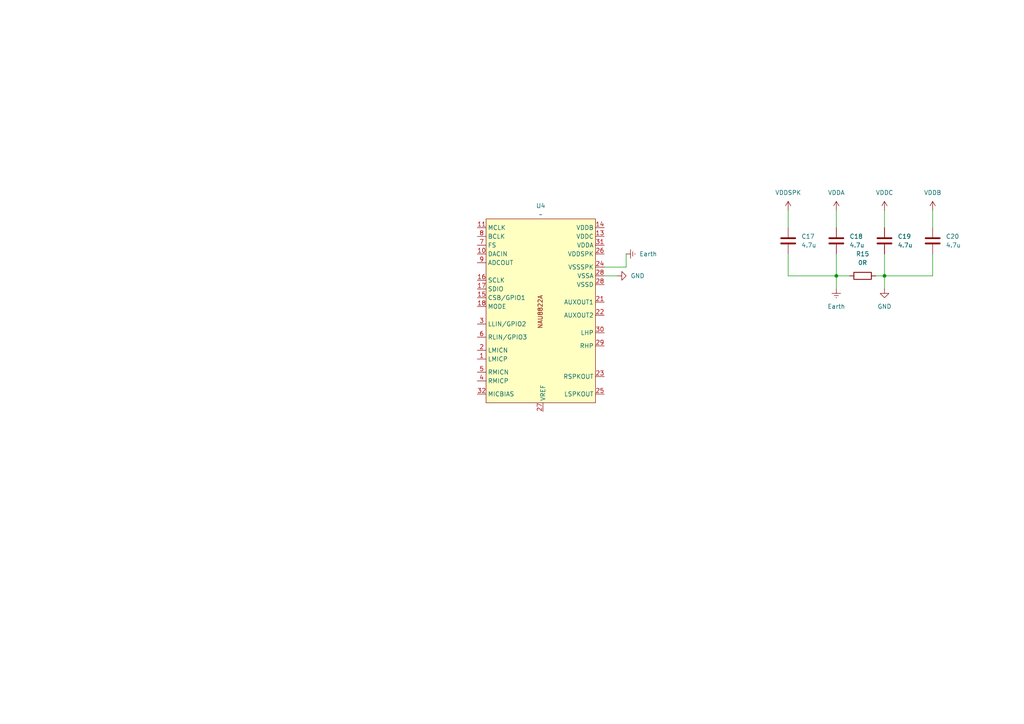
<source format=kicad_sch>
(kicad_sch (version 20231120) (generator "eeschema") (generator_version "8.0")
  (paper "A4")
  (lib_symbols
    (symbol "CODEC:NAU88C22YG"
      (property "Reference" "U" (at 0 0 0))
      (symbol "NAU88C22YG_1_1"
        (rectangle (start 0 -1.27) (end 31.75 -54.61) (fill (type background)))
        (text "NAU8822A" (at 15.748 -28.194 900) (effects (font (size 1.27 1.27))))
        (pin input line (at -2.54 -41.91 0) (length 2.54) (name "LMICP") (number "1"))
        (pin input line (at -2.54 -11.43 0) (length 2.54) (name "DACIN") (number "10"))
        (pin input line (at -2.54 -3.81 0) (length 2.54) (name "MCLK") (number "11"))
        (pin power_in line (at 34.29 -6.35 180) (length 2.54) (name "VDDC") (number "13"))
        (pin power_in line (at 34.29 -3.81 180) (length 2.54) (name "VDDB") (number "14"))
        (pin bidirectional line (at -2.54 -24.13 0) (length 2.54) (name "CSB/GPIO1") (number "15"))
        (pin input line (at -2.54 -19.05 0) (length 2.54) (name "SCLK") (number "16"))
        (pin input line (at -2.54 -21.59 0) (length 2.54) (name "SDIO") (number "17"))
        (pin input line (at -2.54 -26.67 0) (length 2.54) (name "MODE") (number "18"))
        (pin input line (at -2.54 -39.37 0) (length 2.54) (name "LMICN") (number "2"))
        (pin output line (at 34.29 -25.4 180) (length 2.54) (name "AUXOUT1") (number "21"))
        (pin output line (at 34.29 -29.21 180) (length 2.54) (name "AUXOUT2") (number "22"))
        (pin output line (at 34.29 -46.99 180) (length 2.54) (name "RSPKOUT") (number "23"))
        (pin power_in line (at 34.29 -15.24 180) (length 2.54) (name "VSSSPK") (number "24"))
        (pin output line (at 34.29 -52.07 180) (length 2.54) (name "LSPKOUT") (number "25"))
        (pin power_in line (at 34.29 -11.43 180) (length 2.54) (name "VDDSPK") (number "26"))
        (pin power_in line (at 16.51 -57.15 90) (length 2.54) (name "VREF") (number "27"))
        (pin power_in line (at 34.29 -17.78 180) (length 2.54) (name "VSSA") (number "28"))
        (pin power_in line (at 34.29 -20.32 180) (length 2.54) (name "VSSD") (number "28"))
        (pin output line (at 34.29 -38.1 180) (length 2.54) (name "RHP") (number "29"))
        (pin input line (at -2.54 -31.75 0) (length 2.54) (name "LLIN/GPIO2") (number "3"))
        (pin output line (at 34.29 -34.29 180) (length 2.54) (name "LHP") (number "30"))
        (pin power_in line (at 34.29 -8.89 180) (length 2.54) (name "VDDA") (number "31"))
        (pin input line (at -2.54 -52.07 0) (length 2.54) (name "MICBIAS") (number "32"))
        (pin input line (at -2.54 -48.26 0) (length 2.54) (name "RMICP") (number "4"))
        (pin input line (at -2.54 -45.72 0) (length 2.54) (name "RMICN") (number "5"))
        (pin input line (at -2.54 -35.56 0) (length 2.54) (name "RLIN/GPIO3") (number "6"))
        (pin bidirectional line (at -2.54 -8.89 0) (length 2.54) (name "FS") (number "7"))
        (pin bidirectional line (at -2.54 -6.35 0) (length 2.54) (name "BCLK") (number "8"))
        (pin output line (at -2.54 -13.97 0) (length 2.54) (name "ADCOUT") (number "9"))
      )
    )
    (symbol "Device:C" (pin_numbers hide) (pin_names (offset 0.254))
      (property "Reference" "C" (at 0.635 2.54 0))
      (property "Value" "C" (at 0.635 -2.54 0))
      (symbol "C_0_1"
        (polyline (pts (xy -2.032 -0.762) (xy 2.032 -0.762)) (stroke (width 0.508)))
        (polyline (pts (xy -2.032 0.762) (xy 2.032 0.762)) (stroke (width 0.508)))
      )
      (symbol "C_1_1"
        (pin passive line (at 0 3.81 270) (length 2.794) (name "~") (number "1"))
        (pin passive line (at 0 -3.81 90) (length 2.794) (name "~") (number "2"))
      )
    )
    (symbol "Device:R" (pin_numbers hide) (pin_names (offset 0))
      (property "Reference" "R" (at 2.032 0 90))
      (property "Value" "R" (at 0 0 90))
      (symbol "R_0_1"
        (rectangle (start -1.016 -2.54) (end 1.016 2.54) (stroke (width 0.254)))
      )
      (symbol "R_1_1"
        (pin passive line (at 0 3.81 270) (length 1.27) (name "~") (number "1"))
        (pin passive line (at 0 -3.81 90) (length 1.27) (name "~") (number "2"))
      )
    )
    (symbol "power:Earth" (power) (pin_numbers hide) (pin_names (offset 0) hide)
      (property "Value" "Earth" (at 0 -3.81 0))
      (symbol "Earth_0_1"
        (polyline (pts (xy -0.635 -1.905) (xy 0.635 -1.905)))
        (polyline (pts (xy -0.127 -2.54) (xy 0.127 -2.54)))
        (polyline (pts (xy 0 -1.27) (xy 0 0)))
        (polyline (pts (xy 1.27 -1.27) (xy -1.27 -1.27)))
      )
      (symbol "Earth_1_1"
        (pin power_in line (at 0 0 270) (length 0) (name "~") (number "1"))
      )
    )
    (symbol "power:GND" (power) (pin_numbers hide) (pin_names (offset 0) hide)
      (property "Value" "GND" (at 0 -3.81 0))
      (symbol "GND_0_1"
        (polyline (pts (xy 0 0) (xy 0 -1.27) (xy 1.27 -1.27) (xy 0 -2.54) (xy -1.27 -1.27) (xy 0 -1.27)))
      )
      (symbol "GND_1_1"
        (pin power_in line (at 0 0 270) (length 0) (name "~") (number "1"))
      )
    )
    (symbol "power:VDDA" (power) (pin_numbers hide) (pin_names (offset 0) hide)
      (property "Value" "VDDA" (at 0 3.556 0))
      (symbol "VDDA_0_1"
        (polyline (pts (xy -0.762 1.27) (xy 0 2.54)))
        (polyline (pts (xy 0 0) (xy 0 2.54)))
        (polyline (pts (xy 0 2.54) (xy 0.762 1.27)))
      )
      (symbol "VDDA_1_1"
        (pin power_in line (at 0 0 90) (length 0) (name "~") (number "1"))
      )
    )
  )
  (junction (at 242.57 80.01))
  (junction (at 256.54 80.01))
  (wire (pts (xy 254 80.01) (xy 256.54 80.01)))
  (wire (pts (xy 256.54 80.01) (xy 256.54 73.66)))
  (wire (pts (xy 228.6 80.01) (xy 242.57 80.01)))
  (wire (pts (xy 228.6 60.96) (xy 228.6 66.04)))
  (wire (pts (xy 270.51 60.96) (xy 270.51 66.04)))
  (wire (pts (xy 270.51 80.01) (xy 256.54 80.01)))
  (wire (pts (xy 242.57 60.96) (xy 242.57 66.04)))
  (wire (pts (xy 228.6 73.66) (xy 228.6 80.01)))
  (wire (pts (xy 242.57 73.66) (xy 242.57 80.01)))
  (wire (pts (xy 175.26 80.01) (xy 179.07 80.01)))
  (wire (pts (xy 242.57 80.01) (xy 246.38 80.01)))
  (wire (pts (xy 181.61 77.47) (xy 181.61 73.66)))
  (wire (pts (xy 256.54 80.01) (xy 256.54 83.82)))
  (wire (pts (xy 256.54 60.96) (xy 256.54 66.04)))
  (wire (pts (xy 242.57 80.01) (xy 242.57 83.82)))
  (wire (pts (xy 175.26 77.47) (xy 181.61 77.47)))
  (wire (pts (xy 270.51 73.66) (xy 270.51 80.01)))
  (symbol (lib_id "power:VDDA") (at 256.54 60.96 0) (unit 1)
    (property "Reference" "#PWR046" (effects (hide yes)))
    (property "Value" "VDDC" (at 256.54 55.88 0))
    (property "Description" "Power symbol creates a global label with name \"VDDA\"" (effects (hide yes)))
  )
  (symbol (lib_id "Device:C") (at 270.51 69.85 0) (unit 1)
    (property "Reference" "C20" (at 274.32 68.5799 0) (effects (justify left)))
    (property "Value" "4.7u" (at 274.32 71.1199 0) (effects (justify left)))
    (property "Description" "Unpolarized capacitor" (effects (hide yes)))
  )
  (symbol (lib_id "power:VDDA") (at 270.51 60.96 0) (unit 1)
    (property "Reference" "#PWR045" (effects (hide yes)))
    (property "Value" "VDDB" (at 270.51 55.88 0))
    (property "Description" "Power symbol creates a global label with name \"VDDA\"" (effects (hide yes)))
  )
  (symbol (lib_id "Device:C") (at 256.54 69.85 0) (unit 1)
    (property "Reference" "C19" (at 260.35 68.5799 0) (effects (justify left)))
    (property "Value" "4.7u" (at 260.35 71.1199 0) (effects (justify left)))
    (property "Description" "Unpolarized capacitor" (effects (hide yes)))
  )
  (symbol (lib_id "Device:R") (at 250.19 80.01 90) (unit 1)
    (property "Reference" "R15" (at 250.19 73.66 90))
    (property "Value" "0R" (at 250.19 76.2 90))
    (property "Description" "Resistor" (effects (hide yes)))
  )
  (symbol (lib_id "power:VDDA") (at 228.6 60.96 0) (unit 1)
    (property "Reference" "#PWR049" (effects (hide yes)))
    (property "Value" "VDDSPK" (at 228.6 55.88 0))
    (property "Description" "Power symbol creates a global label with name \"VDDA\"" (effects (hide yes)))
  )
  (symbol (lib_id "Device:C") (at 242.57 69.85 0) (unit 1)
    (property "Reference" "C18" (at 246.38 68.5799 0) (effects (justify left)))
    (property "Value" "4.7u" (at 246.38 71.1199 0) (effects (justify left)))
    (property "Description" "Unpolarized capacitor" (effects (hide yes)))
  )
  (symbol (lib_id "power:Earth") (at 181.61 73.66 90) (unit 1)
    (property "Reference" "#PWR051" (effects (hide yes)))
    (property "Value" "Earth" (at 185.42 73.6599 90) (effects (justify right)))
    (property "Description" "Power symbol creates a global label with name \"Earth\"" (effects (hide yes)))
  )
  (symbol (lib_id "power:VDDA") (at 242.57 60.96 0) (unit 1)
    (property "Reference" "#PWR044" (effects (hide yes)))
    (property "Value" "VDDA" (at 242.57 55.88 0))
    (property "Description" "Power symbol creates a global label with name \"VDDA\"" (effects (hide yes)))
  )
  (symbol (lib_id "CODEC:NAU88C22YG") (at 140.97 62.23 0) (unit 1)
    (property "Reference" "U4" (at 156.845 59.69 0))
    (property "Value" "~" (at 156.845 62.23 0))
    (property "Datasheet" "https://www.nuvoton.com/export/resource-files/NAU8822DataSheetRev3.3.pdf" (effects (hide yes)))
  )
  (symbol (lib_id "power:GND") (at 256.54 83.82 0) (unit 1)
    (property "Reference" "#PWR047" (effects (hide yes)))
    (property "Value" "GND" (at 256.54 88.9 0))
    (property "Description" "Power symbol creates a global label with name \"GND\" , ground" (effects (hide yes)))
  )
  (symbol (lib_id "power:Earth") (at 242.57 83.82 0) (unit 1)
    (property "Reference" "#PWR048" (effects (hide yes)))
    (property "Value" "Earth" (at 242.57 88.9 0))
    (property "Description" "Power symbol creates a global label with name \"Earth\"" (effects (hide yes)))
  )
  (symbol (lib_id "power:GND") (at 179.07 80.01 90) (unit 1)
    (property "Reference" "#PWR050" (effects (hide yes)))
    (property "Value" "GND" (at 182.88 80.0099 90) (effects (justify right)))
    (property "Description" "Power symbol creates a global label with name \"GND\" , ground" (effects (hide yes)))
  )
  (symbol (lib_id "Device:C") (at 228.6 69.85 0) (unit 1)
    (property "Reference" "C17" (at 232.41 68.5799 0) (effects (justify left)))
    (property "Value" "4.7u" (at 232.41 71.1199 0) (effects (justify left)))
    (property "Description" "Unpolarized capacitor" (effects (hide yes)))
  )
)
</source>
